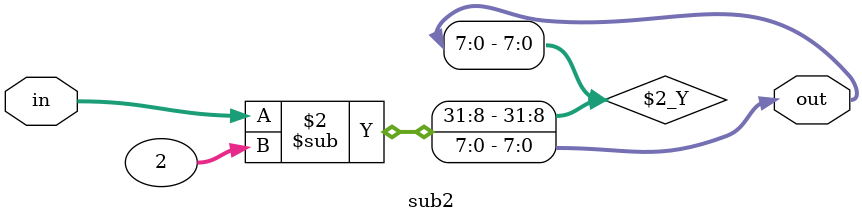
<source format=v>
`timescale 1ns / 1ps


module add1
    #(parameter INPUT_WIDTH = 8)
    (
    input [INPUT_WIDTH - 1:0] in, //input
	output reg [INPUT_WIDTH - 1:0] out //output the result
    );
    
    always @(*) begin 
        out = in + 1;
    end
endmodule

module add2
    #(parameter INPUT_WIDTH = 8)
    (
    input [INPUT_WIDTH - 1:0] in, //input
	output reg [INPUT_WIDTH - 1:0] out //output the result
    );
    
    always @(*) begin 
        out = in + 2;
    end
endmodule

module sub2
    #(parameter INPUT_WIDTH = 8)
    (
    input [INPUT_WIDTH - 1:0] in, //input
	output reg [INPUT_WIDTH - 1:0] out //output the result
    );
    
    always @(*) begin 
        out = in - 2;
    end
endmodule

</source>
